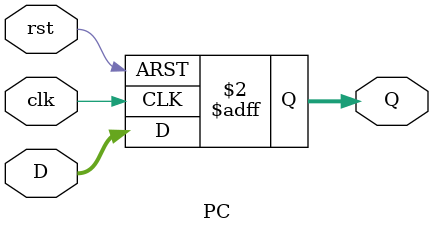
<source format=sv>


/*
* Modulo para el registro del PC
*/
module PC #(parameter N = 8)(input clk, rst, 
									  input [N-1:0] D,
									  output logic [N-1:0] Q);
	
	always_ff @(posedge clk or posedge rst)
		if (rst) Q = 0;
		else
			Q = D;
		
endmodule 
</source>
